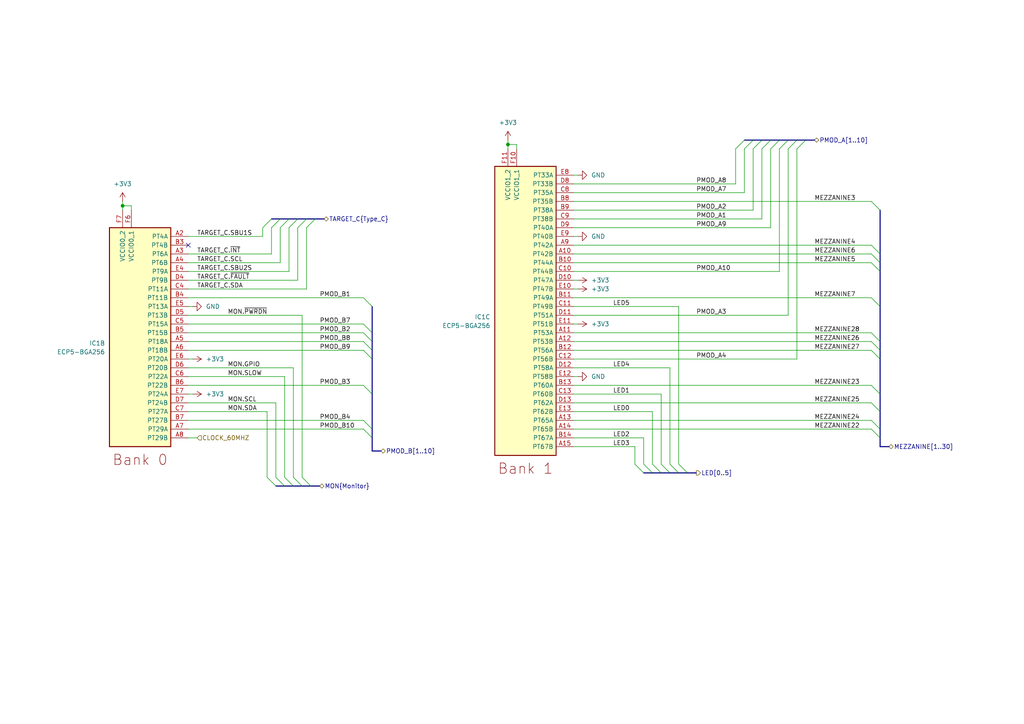
<source format=kicad_sch>
(kicad_sch (version 20230121) (generator eeschema)
  (paper "A4")
  (title_block (title "Cynthion") (date "${DATE}") (rev "${VERSION}") (company "Copyright 2019-2023 Great Scott Gadgets") (comment 1 "Licensed under the CERN-OHL-P v2"))
  (lib_symbols
    (symbol "fpgas_and_processors:ECP5-BGA256" (pin_names (offset 0.762))
      (property "Reference" "IC" (at 1.27 45.72 0))
      (property "Value" "ECP5-BGA256" (at 1.27 43.18 0))
      (symbol "ECP5-BGA256_1_0"
        (rectangle (start -13.97 35.56) (end 13.97 -35.56) (stroke (width 0.3048)) (fill (type background)))
      )
      (symbol "ECP5-BGA256_1_1"
        (text "FPGA Supplies" (at 0 -39.37 0) (effects (font (size 2.9972 2.9972))))
        (pin power_in line (at 19.05 33.02 180) (length 5.08) (name "GND_1") (number "A1"))
        (pin power_in line (at 19.05 30.48 180) (length 5.08) (name "GND_2") (number "A16"))
        (pin power_in line (at 19.05 25.4 180) (length 5.08) (name "GND_4") (number "D15"))
        (pin power_in line (at 19.05 27.94 180) (length 5.08) (name "GND_3") (number "D2"))
        (pin power_in line (at 19.05 22.86 180) (length 5.08) (name "GND_5") (number "F8"))
        (pin power_in line (at 19.05 20.32 180) (length 5.08) (name "GND_6") (number "F9"))
        (pin power_in line (at 19.05 15.24 180) (length 5.08) (name "GND_8") (number "G10"))
        (pin power_in line (at -19.05 -30.48 0) (length 5.08) (name "VCCAUX_1") (number "G11"))
        (pin power_in line (at -19.05 33.02 0) (length 5.08) (name "VCC_1") (number "G6"))
        (pin power_in line (at -19.05 30.48 0) (length 5.08) (name "VCC_2") (number "G7"))
        (pin power_in line (at 19.05 17.78 180) (length 5.08) (name "GND_7") (number "G8"))
        (pin power_in line (at -19.05 27.94 0) (length 5.08) (name "VCC_3") (number "G9"))
        (pin power_in line (at 19.05 12.7 180) (length 5.08) (name "GND_9") (number "H1"))
        (pin power_in line (at 19.05 5.08 180) (length 5.08) (name "GND_12") (number "H10"))
        (pin power_in line (at 19.05 2.54 180) (length 5.08) (name "GND_13") (number "H16"))
        (pin power_in line (at 19.05 10.16 180) (length 5.08) (name "GND_10") (number "H8"))
        (pin power_in line (at 19.05 7.62 180) (length 5.08) (name "GND_11") (number "H9"))
        (pin power_in line (at 19.05 -5.08 180) (length 5.08) (name "GND_16") (number "J10"))
        (pin power_in line (at 19.05 0 180) (length 5.08) (name "GND_14") (number "J8"))
        (pin power_in line (at 19.05 -2.54 180) (length 5.08) (name "GND_15") (number "J9"))
        (pin power_in line (at 19.05 -17.78 180) (length 5.08) (name "GND_21") (number "K10"))
        (pin power_in line (at 19.05 -7.62 180) (length 5.08) (name "GND_17") (number "K6"))
        (pin power_in line (at 19.05 -10.16 180) (length 5.08) (name "GND_18") (number "K7"))
        (pin power_in line (at 19.05 -12.7 180) (length 5.08) (name "GND_19") (number "K8"))
        (pin power_in line (at 19.05 -15.24 180) (length 5.08) (name "GND_20") (number "K9"))
        (pin power_in line (at -19.05 20.32 0) (length 5.08) (name "VCC_6") (number "L10"))
        (pin power_in line (at -19.05 -33.02 0) (length 5.08) (name "VCCAUX_2") (number "L7"))
        (pin power_in line (at -19.05 25.4 0) (length 5.08) (name "VCC_4") (number "L8"))
        (pin power_in line (at -19.05 22.86 0) (length 5.08) (name "VCC_5") (number "L9"))
        (pin power_in line (at 19.05 -22.86 180) (length 5.08) (name "GND_23") (number "N15"))
        (pin power_in line (at 19.05 -20.32 180) (length 5.08) (name "GND_22") (number "N2"))
        (pin power_in line (at 19.05 -25.4 180) (length 5.08) (name "GND_24") (number "T1"))
        (pin power_in line (at 19.05 -30.48 180) (length 5.08) (name "GND_26") (number "T12"))
        (pin power_in line (at 19.05 -33.02 180) (length 5.08) (name "GND_27") (number "T16"))
        (pin power_in line (at 19.05 -27.94 180) (length 5.08) (name "GND_25") (number "T5"))
      )
      (symbol "ECP5-BGA256_2_1"
        (rectangle (start -8.89 31.75) (end 8.89 -31.75) (stroke (width 0.3048)) (fill (type background)))
        (text "Bank 0" (at 0 -35.56 0) (effects (font (size 2.9972 2.9972))))
        (pin bidirectional line (at 13.97 29.21 180) (length 5.08) (name "PT4A") (number "A2"))
        (pin bidirectional line (at 13.97 24.13 180) (length 5.08) (name "PT6A") (number "A3"))
        (pin bidirectional line (at 13.97 21.59 180) (length 5.08) (name "PT6B") (number "A4"))
        (pin bidirectional line (at 13.97 -1.27 180) (length 5.08) (name "PT18A") (number "A5"))
        (pin bidirectional line (at 13.97 -3.81 180) (length 5.08) (name "PT18B") (number "A6"))
        (pin bidirectional line (at 13.97 -26.67 180) (length 5.08) (name "PT29A") (number "A7"))
        (pin bidirectional line (at 13.97 -29.21 180) (length 5.08) (name "PT29B") (number "A8"))
        (pin bidirectional line (at 13.97 26.67 180) (length 5.08) (name "PT4B") (number "B3"))
        (pin bidirectional line (at 13.97 11.43 180) (length 5.08) (name "PT11B") (number "B4"))
        (pin bidirectional line (at 13.97 1.27 180) (length 5.08) (name "PT15B") (number "B5"))
        (pin bidirectional line (at 13.97 -13.97 180) (length 5.08) (name "PT22B") (number "B6"))
        (pin bidirectional line (at 13.97 -24.13 180) (length 5.08) (name "PT27B") (number "B7"))
        (pin bidirectional line (at 13.97 13.97 180) (length 5.08) (name "PT11A") (number "C4"))
        (pin bidirectional line (at 13.97 3.81 180) (length 5.08) (name "PT15A") (number "C5"))
        (pin bidirectional line (at 13.97 -11.43 180) (length 5.08) (name "PT22A") (number "C6"))
        (pin bidirectional line (at 13.97 -21.59 180) (length 5.08) (name "PT27A") (number "C7"))
        (pin bidirectional line (at 13.97 16.51 180) (length 5.08) (name "PT9B") (number "D4"))
        (pin bidirectional line (at 13.97 6.35 180) (length 5.08) (name "PT13B") (number "D5"))
        (pin bidirectional line (at 13.97 -8.89 180) (length 5.08) (name "PT20B") (number "D6"))
        (pin bidirectional line (at 13.97 -19.05 180) (length 5.08) (name "PT24B") (number "D7"))
        (pin bidirectional line (at 13.97 19.05 180) (length 5.08) (name "PT9A") (number "E4"))
        (pin bidirectional line (at 13.97 8.89 180) (length 5.08) (name "PT13A") (number "E5"))
        (pin bidirectional line (at 13.97 -6.35 180) (length 5.08) (name "PT20A") (number "E6"))
        (pin bidirectional line (at 13.97 -16.51 180) (length 5.08) (name "PT24A") (number "E7"))
        (pin power_in line (at -2.54 36.83 270) (length 5.08) (name "VCCIO0_1") (number "F6"))
        (pin power_in line (at -5.08 36.83 270) (length 5.08) (name "VCCIO0_2") (number "F7"))
      )
      (symbol "ECP5-BGA256_3_0"
        (rectangle (start -8.89 41.91) (end 8.89 -41.91) (stroke (width 0.3048)) (fill (type background)))
      )
      (symbol "ECP5-BGA256_3_1"
        (text "Bank 1" (at 0 -45.72 0) (effects (font (size 2.9972 2.9972))))
        (pin bidirectional line (at 13.97 16.51 180) (length 5.08) (name "PT42B") (number "A10"))
        (pin bidirectional line (at 13.97 -6.35 180) (length 5.08) (name "PT53A") (number "A11"))
        (pin bidirectional line (at 13.97 -8.89 180) (length 5.08) (name "PT53B") (number "A12"))
        (pin bidirectional line (at 13.97 -31.75 180) (length 5.08) (name "PT65A") (number "A13"))
        (pin bidirectional line (at 13.97 -34.29 180) (length 5.08) (name "PT65B") (number "A14"))
        (pin bidirectional line (at 13.97 -39.37 180) (length 5.08) (name "PT67B") (number "A15"))
        (pin bidirectional line (at 13.97 19.05 180) (length 5.08) (name "PT42A") (number "A9"))
        (pin bidirectional line (at 13.97 13.97 180) (length 5.08) (name "PT44A") (number "B10"))
        (pin bidirectional line (at 13.97 3.81 180) (length 5.08) (name "PT49A") (number "B11"))
        (pin bidirectional line (at 13.97 -11.43 180) (length 5.08) (name "PT56A") (number "B12"))
        (pin bidirectional line (at 13.97 -21.59 180) (length 5.08) (name "PT60A") (number "B13"))
        (pin bidirectional line (at 13.97 -36.83 180) (length 5.08) (name "PT67A") (number "B14"))
        (pin bidirectional line (at 13.97 31.75 180) (length 5.08) (name "PT35B") (number "B8"))
        (pin bidirectional line (at 13.97 29.21 180) (length 5.08) (name "PT38A") (number "B9"))
        (pin bidirectional line (at 13.97 11.43 180) (length 5.08) (name "PT44B") (number "C10"))
        (pin bidirectional line (at 13.97 1.27 180) (length 5.08) (name "PT49B") (number "C11"))
        (pin bidirectional line (at 13.97 -13.97 180) (length 5.08) (name "PT56B") (number "C12"))
        (pin bidirectional line (at 13.97 -24.13 180) (length 5.08) (name "PT60B") (number "C13"))
        (pin bidirectional line (at 13.97 34.29 180) (length 5.08) (name "PT35A") (number "C8"))
        (pin bidirectional line (at 13.97 26.67 180) (length 5.08) (name "PT38B") (number "C9"))
        (pin bidirectional line (at 13.97 8.89 180) (length 5.08) (name "PT47A") (number "D10"))
        (pin bidirectional line (at 13.97 -1.27 180) (length 5.08) (name "PT51A") (number "D11"))
        (pin bidirectional line (at 13.97 -16.51 180) (length 5.08) (name "PT58A") (number "D12"))
        (pin bidirectional line (at 13.97 -26.67 180) (length 5.08) (name "PT62A") (number "D13"))
        (pin bidirectional line (at 13.97 36.83 180) (length 5.08) (name "PT33B") (number "D8"))
        (pin bidirectional line (at 13.97 24.13 180) (length 5.08) (name "PT40A") (number "D9"))
        (pin bidirectional line (at 13.97 6.35 180) (length 5.08) (name "PT47B") (number "E10"))
        (pin bidirectional line (at 13.97 -3.81 180) (length 5.08) (name "PT51B") (number "E11"))
        (pin bidirectional line (at 13.97 -19.05 180) (length 5.08) (name "PT58B") (number "E12"))
        (pin bidirectional line (at 13.97 -29.21 180) (length 5.08) (name "PT62B") (number "E13"))
        (pin bidirectional line (at 13.97 39.37 180) (length 5.08) (name "PT33A") (number "E8"))
        (pin bidirectional line (at 13.97 21.59 180) (length 5.08) (name "PT40B") (number "E9"))
        (pin power_in line (at -2.54 46.99 270) (length 5.08) (name "VCCIO1_1") (number "F10"))
        (pin power_in line (at -5.08 46.99 270) (length 5.08) (name "VCCIO1_2") (number "F11"))
      )
      (symbol "ECP5-BGA256_4_1"
        (rectangle (start -8.89 41.91) (end 8.89 -41.91) (stroke (width 0.3048)) (fill (type background)))
        (text "Bank 2" (at 0 -45.72 0) (effects (font (size 2.9972 2.9972))))
        (pin bidirectional line (at 13.97 36.83 180) (length 5.08) (name "PR2B") (number "B15"))
        (pin bidirectional line (at 13.97 39.37 180) (length 5.08) (name "PR2A") (number "B16"))
        (pin bidirectional line (at 13.97 34.29 180) (length 5.08) (name "PR2C") (number "C14"))
        (pin bidirectional line (at 13.97 26.67 180) (length 5.08) (name "PR5B") (number "C15"))
        (pin bidirectional line (at 13.97 29.21 180) (length 5.08) (name "PR5A") (number "C16"))
        (pin bidirectional line (at 13.97 31.75 180) (length 5.08) (name "PR2D") (number "D14"))
        (pin bidirectional line (at 13.97 19.05 180) (length 5.08) (name "PR8A") (number "D16"))
        (pin bidirectional line (at 13.97 24.13 180) (length 5.08) (name "PR5C") (number "E14"))
        (pin bidirectional line (at 13.97 16.51 180) (length 5.08) (name "PR8B") (number "E15"))
        (pin bidirectional line (at 13.97 1.27 180) (length 5.08) (name "PR11D") (number "E16"))
        (pin bidirectional line (at 13.97 11.43 180) (length 5.08) (name "PR8D") (number "F12"))
        (pin bidirectional line (at 13.97 13.97 180) (length 5.08) (name "PR8C") (number "F13"))
        (pin bidirectional line (at 13.97 21.59 180) (length 5.08) (name "PR5D") (number "F14"))
        (pin bidirectional line (at 13.97 3.81 180) (length 5.08) (name "PR11C") (number "F15"))
        (pin bidirectional line (at 13.97 -1.27 180) (length 5.08) (name "PR14A") (number "F16"))
        (pin bidirectional line (at 13.97 8.89 180) (length 5.08) (name "PR11A") (number "G12"))
        (pin bidirectional line (at 13.97 6.35 180) (length 5.08) (name "PR11B") (number "G13"))
        (pin bidirectional line (at 13.97 -6.35 180) (length 5.08) (name "PR14C") (number "G14"))
        (pin bidirectional line (at 13.97 -3.81 180) (length 5.08) (name "PR14B") (number "G15"))
        (pin bidirectional line (at 13.97 -21.59 180) (length 5.08) (name "PR20A") (number "G16"))
        (pin power_in line (at -5.08 46.99 270) (length 5.08) (name "VCCIO2_1") (number "H11"))
        (pin bidirectional line (at 13.97 -11.43 180) (length 5.08) (name "PR17A") (number "H12"))
        (pin bidirectional line (at 13.97 -13.97 180) (length 5.08) (name "PR17B") (number "H13"))
        (pin bidirectional line (at 13.97 -8.89 180) (length 5.08) (name "PR14D") (number "H14"))
        (pin bidirectional line (at 13.97 -24.13 180) (length 5.08) (name "PR20B") (number "H15"))
        (pin power_in line (at -2.54 46.99 270) (length 5.08) (name "VCCIO2_2") (number "J11"))
        (pin bidirectional line (at 13.97 -19.05 180) (length 5.08) (name "PR17D") (number "J12"))
        (pin bidirectional line (at 13.97 -16.51 180) (length 5.08) (name "PR17C") (number "J13"))
        (pin bidirectional line (at 13.97 -26.67 180) (length 5.08) (name "PR20C") (number "J14"))
        (pin bidirectional line (at 13.97 -34.29 180) (length 5.08) (name "PR23B") (number "J15"))
        (pin bidirectional line (at 13.97 -31.75 180) (length 5.08) (name "PR23A") (number "J16"))
        (pin bidirectional line (at 13.97 -29.21 180) (length 5.08) (name "PR20D") (number "K14"))
        (pin bidirectional line (at 13.97 -39.37 180) (length 5.08) (name "PR23D") (number "K15"))
        (pin bidirectional line (at 13.97 -36.83 180) (length 5.08) (name "PR23C") (number "K16"))
      )
      (symbol "ECP5-BGA256_5_0"
        (rectangle (start -8.89 41.91) (end 8.89 -41.91) (stroke (width 0.3048)) (fill (type background)))
      )
      (symbol "ECP5-BGA256_5_1"
        (text "Bank 3" (at 0 -45.72 0) (effects (font (size 2.9972 2.9972))))
        (pin power_in line (at -5.08 46.99 270) (length 5.08) (name "VCCIO3_1") (number "K11"))
        (pin bidirectional line (at 13.97 26.67 180) (length 5.08) (name "PR29B") (number "K12"))
        (pin bidirectional line (at 13.97 29.21 180) (length 5.08) (name "PR29A") (number "K13"))
        (pin power_in line (at -2.54 46.99 270) (length 5.08) (name "VCCIO3_2") (number "L11"))
        (pin bidirectional line (at 13.97 21.59 180) (length 5.08) (name "PR29D") (number "L12"))
        (pin bidirectional line (at 13.97 24.13 180) (length 5.08) (name "PR29C") (number "L13"))
        (pin bidirectional line (at 13.97 13.97 180) (length 5.08) (name "PR32C") (number "L14"))
        (pin bidirectional line (at 13.97 36.83 180) (length 5.08) (name "PR26B") (number "L15"))
        (pin bidirectional line (at 13.97 39.37 180) (length 5.08) (name "PR26A") (number "L16"))
        (pin bidirectional line (at 13.97 -31.75 180) (length 5.08) (name "PR47A") (number "M11"))
        (pin bidirectional line (at 13.97 -26.67 180) (length 5.08) (name "PR44C") (number "M12"))
        (pin bidirectional line (at 13.97 3.81 180) (length 5.08) (name "PR35C") (number "M13"))
        (pin bidirectional line (at 13.97 11.43 180) (length 5.08) (name "PR32D") (number "M14"))
        (pin bidirectional line (at 13.97 31.75 180) (length 5.08) (name "PR26D") (number "M15"))
        (pin bidirectional line (at 13.97 34.29 180) (length 5.08) (name "PR26C") (number "M16"))
        (pin bidirectional line (at 13.97 -34.29 180) (length 5.08) (name "PR47B") (number "N11"))
        (pin bidirectional line (at 13.97 -29.21 180) (length 5.08) (name "PR44D") (number "N12"))
        (pin bidirectional line (at 13.97 -1.27 180) (length 5.08) (name "PR38A") (number "N13"))
        (pin bidirectional line (at 13.97 1.27 180) (length 5.08) (name "PR35D") (number "N14"))
        (pin bidirectional line (at 13.97 19.05 180) (length 5.08) (name "PR32A") (number "N16"))
        (pin bidirectional line (at 13.97 -36.83 180) (length 5.08) (name "PR47C") (number "P11"))
        (pin bidirectional line (at 13.97 -39.37 180) (length 5.08) (name "PR47D") (number "P12"))
        (pin bidirectional line (at 13.97 -11.43 180) (length 5.08) (name "PR41A") (number "P13"))
        (pin bidirectional line (at 13.97 -3.81 180) (length 5.08) (name "PR38B") (number "P14"))
        (pin bidirectional line (at 13.97 16.51 180) (length 5.08) (name "PR32B") (number "P15"))
        (pin bidirectional line (at 13.97 8.89 180) (length 5.08) (name "PR35A") (number "P16"))
        (pin bidirectional line (at 13.97 -21.59 180) (length 5.08) (name "PR44A") (number "R12"))
        (pin bidirectional line (at 13.97 -16.51 180) (length 5.08) (name "PR41C") (number "R13"))
        (pin bidirectional line (at 13.97 -13.97 180) (length 5.08) (name "PR41B") (number "R14"))
        (pin bidirectional line (at 13.97 -6.35 180) (length 5.08) (name "PR38C") (number "R15"))
        (pin bidirectional line (at 13.97 6.35 180) (length 5.08) (name "PR35B") (number "R16"))
        (pin bidirectional line (at 13.97 -24.13 180) (length 5.08) (name "PR44B") (number "T13"))
        (pin bidirectional line (at 13.97 -19.05 180) (length 5.08) (name "PR41D") (number "T14"))
        (pin bidirectional line (at 13.97 -8.89 180) (length 5.08) (name "PR38D") (number "T15"))
      )
      (symbol "ECP5-BGA256_6_1"
        (rectangle (start -8.89 41.91) (end 8.89 -41.91) (stroke (width 0.3048)) (fill (type background)))
        (text "Bank 6" (at 0 -45.72 0) (effects (font (size 2.9972 2.9972))))
        (pin power_in line (at -5.08 46.99 270) (length 5.08) (name "VCCIO6_1") (number "J6"))
        (pin power_in line (at -2.54 46.99 270) (length 5.08) (name "VCCIO6_2") (number "J7"))
        (pin bidirectional line (at 13.97 29.21 180) (length 5.08) (name "PL29A") (number "K4"))
        (pin bidirectional line (at 13.97 26.67 180) (length 5.08) (name "PL29B") (number "K5"))
        (pin bidirectional line (at 13.97 39.37 180) (length 5.08) (name "PL26A") (number "L1"))
        (pin bidirectional line (at 13.97 36.83 180) (length 5.08) (name "PL26B") (number "L2"))
        (pin bidirectional line (at 13.97 13.97 180) (length 5.08) (name "PL32C") (number "L3"))
        (pin bidirectional line (at 13.97 24.13 180) (length 5.08) (name "PL29C") (number "L4"))
        (pin bidirectional line (at 13.97 21.59 180) (length 5.08) (name "PL29D") (number "L5"))
        (pin bidirectional line (at 13.97 34.29 180) (length 5.08) (name "PL26C") (number "M1"))
        (pin bidirectional line (at 13.97 31.75 180) (length 5.08) (name "PL26D") (number "M2"))
        (pin bidirectional line (at 13.97 11.43 180) (length 5.08) (name "PL32D") (number "M3"))
        (pin bidirectional line (at 13.97 3.81 180) (length 5.08) (name "PL35C") (number "M4"))
        (pin bidirectional line (at 13.97 -16.51 180) (length 5.08) (name "PL44C") (number "M5"))
        (pin bidirectional line (at 13.97 -31.75 180) (length 5.08) (name "PL47A") (number "M6"))
        (pin bidirectional line (at 13.97 19.05 180) (length 5.08) (name "PL32A") (number "N1"))
        (pin bidirectional line (at 13.97 1.27 180) (length 5.08) (name "PL35D") (number "N3"))
        (pin bidirectional line (at 13.97 -1.27 180) (length 5.08) (name "PL38A") (number "N4"))
        (pin bidirectional line (at 13.97 -19.05 180) (length 5.08) (name "PL44D") (number "N5"))
        (pin bidirectional line (at 13.97 -34.29 180) (length 5.08) (name "PL47B") (number "N6"))
        (pin bidirectional line (at 13.97 8.89 180) (length 5.08) (name "PL35A") (number "P1"))
        (pin bidirectional line (at 13.97 16.51 180) (length 5.08) (name "PL32B") (number "P2"))
        (pin bidirectional line (at 13.97 -3.81 180) (length 5.08) (name "PL38B") (number "P3"))
        (pin bidirectional line (at 13.97 -21.59 180) (length 5.08) (name "PL41A") (number "P4"))
        (pin bidirectional line (at 13.97 -36.83 180) (length 5.08) (name "PL47D") (number "P5"))
        (pin bidirectional line (at 13.97 -39.37 180) (length 5.08) (name "PL47C") (number "P6"))
        (pin bidirectional line (at 13.97 6.35 180) (length 5.08) (name "PL35B") (number "R1"))
        (pin bidirectional line (at 13.97 -6.35 180) (length 5.08) (name "PL38C") (number "R2"))
        (pin bidirectional line (at 13.97 -24.13 180) (length 5.08) (name "PL41B") (number "R3"))
        (pin bidirectional line (at 13.97 -26.67 180) (length 5.08) (name "PL41C") (number "R4"))
        (pin bidirectional line (at 13.97 -11.43 180) (length 5.08) (name "PL44A") (number "R5"))
        (pin bidirectional line (at 13.97 -8.89 180) (length 5.08) (name "PL38D") (number "T2"))
        (pin bidirectional line (at 13.97 -29.21 180) (length 5.08) (name "PL41D") (number "T3"))
        (pin bidirectional line (at 13.97 -13.97 180) (length 5.08) (name "PL44B") (number "T4"))
      )
      (symbol "ECP5-BGA256_7_1"
        (rectangle (start -8.89 41.91) (end 8.89 -41.91) (stroke (width 0.3048)) (fill (type background)))
        (text "Bank 7" (at 0 -45.72 0) (effects (font (size 2.9972 2.9972))))
        (pin bidirectional line (at 13.97 39.37 180) (length 5.08) (name "PL2A") (number "B1"))
        (pin bidirectional line (at 13.97 36.83 180) (length 5.08) (name "PL2B") (number "B2"))
        (pin bidirectional line (at 13.97 29.21 180) (length 5.08) (name "PL5A") (number "C1"))
        (pin bidirectional line (at 13.97 26.67 180) (length 5.08) (name "PL5B") (number "C2"))
        (pin bidirectional line (at 13.97 34.29 180) (length 5.08) (name "PL2C") (number "C3"))
        (pin bidirectional line (at 13.97 19.05 180) (length 5.08) (name "PL8A") (number "D1"))
        (pin bidirectional line (at 13.97 31.75 180) (length 5.08) (name "PL2D") (number "D3"))
        (pin bidirectional line (at 13.97 1.27 180) (length 5.08) (name "PL11D") (number "E1"))
        (pin bidirectional line (at 13.97 16.51 180) (length 5.08) (name "PL8B") (number "E2"))
        (pin bidirectional line (at 13.97 24.13 180) (length 5.08) (name "PL5C") (number "E3"))
        (pin bidirectional line (at 13.97 -1.27 180) (length 5.08) (name "PL14A") (number "F1"))
        (pin bidirectional line (at 13.97 3.81 180) (length 5.08) (name "PL11C") (number "F2"))
        (pin bidirectional line (at 13.97 21.59 180) (length 5.08) (name "PL5D") (number "F3"))
        (pin bidirectional line (at 13.97 13.97 180) (length 5.08) (name "PL8C") (number "F4"))
        (pin bidirectional line (at 13.97 11.43 180) (length 5.08) (name "PL8D") (number "F5"))
        (pin bidirectional line (at 13.97 -21.59 180) (length 5.08) (name "PL20A") (number "G1"))
        (pin bidirectional line (at 13.97 -3.81 180) (length 5.08) (name "PL14B") (number "G2"))
        (pin bidirectional line (at 13.97 -6.35 180) (length 5.08) (name "PL14C") (number "G3"))
        (pin bidirectional line (at 13.97 6.35 180) (length 5.08) (name "PL11B") (number "G4"))
        (pin bidirectional line (at 13.97 8.89 180) (length 5.08) (name "PL11A") (number "G5"))
        (pin bidirectional line (at 13.97 -24.13 180) (length 5.08) (name "PL20B") (number "H2"))
        (pin bidirectional line (at 13.97 -8.89 180) (length 5.08) (name "PL14D") (number "H3"))
        (pin bidirectional line (at 13.97 -13.97 180) (length 5.08) (name "PL17B") (number "H4"))
        (pin bidirectional line (at 13.97 -11.43 180) (length 5.08) (name "PL17A") (number "H5"))
        (pin power_in line (at -2.54 46.99 270) (length 5.08) (name "VCCIO7_1") (number "H6"))
        (pin power_in line (at -5.08 46.99 270) (length 5.08) (name "VCCIO7_2") (number "H7"))
        (pin bidirectional line (at 13.97 -31.75 180) (length 5.08) (name "PL23A") (number "J1"))
        (pin bidirectional line (at 13.97 -34.29 180) (length 5.08) (name "PL23B") (number "J2"))
        (pin bidirectional line (at 13.97 -26.67 180) (length 5.08) (name "PL20C") (number "J3"))
        (pin bidirectional line (at 13.97 -16.51 180) (length 5.08) (name "PL17C") (number "J4"))
        (pin bidirectional line (at 13.97 -19.05 180) (length 5.08) (name "PL17D") (number "J5"))
        (pin bidirectional line (at 13.97 -36.83 180) (length 5.08) (name "PL23C") (number "K1"))
        (pin bidirectional line (at 13.97 -39.37 180) (length 5.08) (name "PL23D") (number "K2"))
        (pin bidirectional line (at 13.97 -29.21 180) (length 5.08) (name "PL20D") (number "K3"))
      )
      (symbol "ECP5-BGA256_8_0"
        (text "Bank 8 (Config)" (at 0 -43.18 0) (effects (font (size 2.9972 2.9972))))
      )
      (symbol "ECP5-BGA256_8_1"
        (rectangle (start -15.24 39.37) (end 15.24 -39.37) (stroke (width 0.3048)) (fill (type background)))
        (pin power_in line (at -10.16 44.45 270) (length 5.08) (name "VCCIO8") (number "L6"))
        (pin output line (at 20.32 -8.89 180) (length 5.08) (name "TDO") (number "M10"))
        (pin bidirectional line (at 20.32 24.13 180) (length 5.08) (name "D2/IO2/PB9B") (number "M7"))
        (pin bidirectional line (at 20.32 8.89 180) (length 5.08) (name "DOUT/~{CSO}/PB15B") (number "M8"))
        (pin bidirectional line (at 20.32 6.35 180) (length 5.08) (name "~{WRITE}/PB18A") (number "M9"))
        (pin input line (at 20.32 -20.32 180) (length 5.08) (name "CFG0") (number "N10"))
        (pin bidirectional line (at 20.32 26.67 180) (length 5.08) (name "D3/IO3/PB9A") (number "N7"))
        (pin bidirectional line (at 20.32 11.43 180) (length 5.08) (name "~{HOLD}/DI/BUSY/~{CSSPI}/PB15A") (number "N8"))
        (pin bidirectional line (at 20.32 -15.24 180) (length 5.08) (name "MCLK/CCLK") (number "N9"))
        (pin input line (at 20.32 -22.86 180) (length 5.08) (name "CFG1") (number "P10"))
        (pin bidirectional line (at 20.32 29.21 180) (length 5.08) (name "D4/PICO2/PB6B") (number "P7"))
        (pin bidirectional line (at 20.32 13.97 180) (length 5.08) (name "~{CS1}/PB13B") (number "P8"))
        (pin bidirectional line (at 20.32 -31.75 180) (length 5.08) (name "DONE") (number "P9"))
        (pin input line (at 20.32 -25.4 180) (length 5.08) (name "CFG2") (number "R10"))
        (pin input line (at 20.32 -6.35 180) (length 5.08) (name "TDI") (number "R11"))
        (pin bidirectional line (at 20.32 34.29 180) (length 5.08) (name "D6/PB4B") (number "R6"))
        (pin bidirectional line (at 20.32 31.75 180) (length 5.08) (name "D5/POCI2/PB6A") (number "R7"))
        (pin bidirectional line (at 20.32 16.51 180) (length 5.08) (name "~{CS}/~{S}/PB13A") (number "R8"))
        (pin bidirectional line (at 20.32 -36.83 180) (length 5.08) (name "~{PROGRAM}") (number "R9"))
        (pin input line (at 20.32 -3.81 180) (length 5.08) (name "TCK") (number "T10"))
        (pin input line (at 20.32 -1.27 180) (length 5.08) (name "TMS") (number "T11"))
        (pin bidirectional line (at 20.32 36.83 180) (length 5.08) (name "D7/PB4A") (number "T6"))
        (pin bidirectional line (at 20.32 21.59 180) (length 5.08) (name "D1/POCI/IO1/PB11A") (number "T7"))
        (pin bidirectional line (at 20.32 19.05 180) (length 5.08) (name "D0/PICO/IO0/PB11B") (number "T8"))
        (pin bidirectional line (at 20.32 -34.29 180) (length 5.08) (name "~{INIT}") (number "T9"))
      )
    )
    (symbol "power:+3V3" (power) (pin_names (offset 0))
      (property "Value" "+3V3" (at 0 3.556 0))
      (symbol "+3V3_0_1"
        (polyline (pts (xy -0.762 1.27) (xy 0 2.54)))
        (polyline (pts (xy 0 0) (xy 0 2.54)))
        (polyline (pts (xy 0 2.54) (xy 0.762 1.27)))
      )
      (symbol "+3V3_1_1"
        (pin power_in line (at 0 0 90) (length 0) hide (name "+3V3") (number "1"))
      )
    )
    (symbol "power:GND" (power) (pin_names (offset 0))
      (property "Value" "GND" (at 0 -3.81 0))
      (symbol "GND_0_1"
        (polyline (pts (xy 0 0) (xy 0 -1.27) (xy 1.27 -1.27) (xy 0 -2.54) (xy -1.27 -1.27) (xy 0 -1.27)))
      )
      (symbol "GND_1_1"
        (pin power_in line (at 0 0 270) (length 0) hide (name "GND") (number "1"))
      )
    )
  )
  (junction (at 35.56 59.69))
  (junction (at 147.32 41.91))
  (no_connect (at 54.61 71.12))
  (bus_entry (at 91.44 63.5) (size -2.54 2.54))
  (bus_entry (at 88.9 63.5) (size -2.54 2.54))
  (bus_entry (at 231.14 40.64) (size -2.54 2.54))
  (bus_entry (at 255.27 99.06) (size -2.54 -2.54))
  (bus_entry (at 255.27 60.96) (size -2.54 -2.54))
  (bus_entry (at 186.69 137.16) (size -2.54 -2.54))
  (bus_entry (at 83.82 63.5) (size -2.54 2.54))
  (bus_entry (at 78.74 63.5) (size -2.54 2.54))
  (bus_entry (at 105.41 99.06) (size 2.54 2.54))
  (bus_entry (at 105.41 101.6) (size 2.54 2.54))
  (bus_entry (at 105.41 93.98) (size 2.54 2.54))
  (bus_entry (at 196.85 137.16) (size -2.54 -2.54))
  (bus_entry (at 255.27 76.2) (size -2.54 -2.54))
  (bus_entry (at 255.27 88.9) (size -2.54 -2.54))
  (bus_entry (at 255.27 104.14) (size -2.54 -2.54))
  (bus_entry (at 189.23 137.16) (size -2.54 -2.54))
  (bus_entry (at 233.68 40.64) (size -2.54 2.54))
  (bus_entry (at 226.06 40.64) (size -2.54 2.54))
  (bus_entry (at 90.17 140.97) (size -2.54 -2.54))
  (bus_entry (at 215.9 40.64) (size -2.54 2.54))
  (bus_entry (at 80.01 140.97) (size -2.54 -2.54))
  (bus_entry (at 105.41 124.46) (size 2.54 2.54))
  (bus_entry (at 86.36 63.5) (size -2.54 2.54))
  (bus_entry (at 105.41 96.52) (size 2.54 2.54))
  (bus_entry (at 199.39 137.16) (size -2.54 -2.54))
  (bus_entry (at 220.98 40.64) (size -2.54 2.54))
  (bus_entry (at 255.27 114.3) (size -2.54 -2.54))
  (bus_entry (at 194.31 137.16) (size -2.54 -2.54))
  (bus_entry (at 255.27 73.66) (size -2.54 -2.54))
  (bus_entry (at 105.41 111.76) (size 2.54 2.54))
  (bus_entry (at 81.28 63.5) (size -2.54 2.54))
  (bus_entry (at 85.09 140.97) (size -2.54 -2.54))
  (bus_entry (at 255.27 124.46) (size -2.54 -2.54))
  (bus_entry (at 87.63 140.97) (size -2.54 -2.54))
  (bus_entry (at 105.41 86.36) (size 2.54 2.54))
  (bus_entry (at 255.27 127) (size -2.54 -2.54))
  (bus_entry (at 105.41 121.92) (size 2.54 2.54))
  (bus_entry (at 255.27 101.6) (size -2.54 -2.54))
  (bus_entry (at 191.77 137.16) (size -2.54 -2.54))
  (bus_entry (at 255.27 78.74) (size -2.54 -2.54))
  (bus_entry (at 218.44 40.64) (size -2.54 2.54))
  (bus_entry (at 255.27 119.38) (size -2.54 -2.54))
  (bus_entry (at 228.6 40.64) (size -2.54 2.54))
  (bus_entry (at 223.52 40.64) (size -2.54 2.54))
  (bus_entry (at 82.55 140.97) (size -2.54 -2.54))
  (bus (pts (xy 255.27 101.6) (xy 255.27 104.14)))
  (wire (pts (xy 228.6 43.18) (xy 228.6 91.44)))
  (wire (pts (xy 35.56 60.96) (xy 35.56 59.69)))
  (wire (pts (xy 166.37 50.8) (xy 167.64 50.8)))
  (wire (pts (xy 54.61 106.68) (xy 85.09 106.68)))
  (wire (pts (xy 166.37 76.2) (xy 252.73 76.2)))
  (bus (pts (xy 186.69 137.16) (xy 189.23 137.16)))
  (wire (pts (xy 166.37 101.6) (xy 252.73 101.6)))
  (wire (pts (xy 167.64 83.82) (xy 166.37 83.82)))
  (wire (pts (xy 54.61 78.74) (xy 83.82 78.74)))
  (bus (pts (xy 107.95 124.46) (xy 107.95 127)))
  (bus (pts (xy 107.95 96.52) (xy 107.95 99.06)))
  (wire (pts (xy 54.61 99.06) (xy 105.41 99.06)))
  (wire (pts (xy 54.61 68.58) (xy 76.2 68.58)))
  (bus (pts (xy 85.09 140.97) (xy 87.63 140.97)))
  (bus (pts (xy 228.6 40.64) (xy 231.14 40.64)))
  (wire (pts (xy 82.55 109.22) (xy 82.55 138.43)))
  (wire (pts (xy 54.61 81.28) (xy 86.36 81.28)))
  (wire (pts (xy 54.61 109.22) (xy 82.55 109.22)))
  (bus (pts (xy 226.06 40.64) (xy 228.6 40.64)))
  (wire (pts (xy 166.37 86.36) (xy 252.73 86.36)))
  (wire (pts (xy 80.01 116.84) (xy 80.01 138.43)))
  (wire (pts (xy 186.69 127) (xy 186.69 134.62)))
  (wire (pts (xy 166.37 116.84) (xy 252.73 116.84)))
  (wire (pts (xy 166.37 96.52) (xy 252.73 96.52)))
  (bus (pts (xy 218.44 40.64) (xy 220.98 40.64)))
  (wire (pts (xy 35.56 58.42) (xy 35.56 59.69)))
  (wire (pts (xy 76.2 68.58) (xy 76.2 66.04)))
  (wire (pts (xy 88.9 83.82) (xy 54.61 83.82)))
  (wire (pts (xy 166.37 93.98) (xy 167.64 93.98)))
  (wire (pts (xy 83.82 78.74) (xy 83.82 66.04)))
  (wire (pts (xy 166.37 121.92) (xy 252.73 121.92)))
  (wire (pts (xy 226.06 43.18) (xy 226.06 78.74)))
  (wire (pts (xy 78.74 66.04) (xy 78.74 73.66)))
  (bus (pts (xy 107.95 104.14) (xy 107.95 114.3)))
  (bus (pts (xy 255.27 124.46) (xy 255.27 127)))
  (wire (pts (xy 105.41 101.6) (xy 54.61 101.6)))
  (bus (pts (xy 83.82 63.5) (xy 86.36 63.5)))
  (wire (pts (xy 54.61 88.9) (xy 55.88 88.9)))
  (wire (pts (xy 88.9 83.82) (xy 88.9 66.04)))
  (wire (pts (xy 223.52 43.18) (xy 223.52 66.04)))
  (wire (pts (xy 213.36 43.18) (xy 213.36 53.34)))
  (bus (pts (xy 86.36 63.5) (xy 88.9 63.5)))
  (wire (pts (xy 78.74 73.66) (xy 54.61 73.66)))
  (bus (pts (xy 80.01 140.97) (xy 82.55 140.97)))
  (bus (pts (xy 110.49 130.81) (xy 107.95 130.81)))
  (wire (pts (xy 166.37 53.34) (xy 213.36 53.34)))
  (wire (pts (xy 166.37 60.96) (xy 218.44 60.96)))
  (bus (pts (xy 255.27 73.66) (xy 255.27 76.2)))
  (bus (pts (xy 255.27 78.74) (xy 255.27 88.9)))
  (wire (pts (xy 54.61 116.84) (xy 80.01 116.84)))
  (wire (pts (xy 54.61 93.98) (xy 105.41 93.98)))
  (wire (pts (xy 54.61 111.76) (xy 105.41 111.76)))
  (wire (pts (xy 184.15 129.54) (xy 184.15 134.62)))
  (wire (pts (xy 87.63 91.44) (xy 87.63 138.43)))
  (wire (pts (xy 189.23 119.38) (xy 166.37 119.38)))
  (bus (pts (xy 189.23 137.16) (xy 191.77 137.16)))
  (bus (pts (xy 220.98 40.64) (xy 223.52 40.64)))
  (wire (pts (xy 55.88 104.14) (xy 54.61 104.14)))
  (wire (pts (xy 147.32 40.64) (xy 147.32 41.91)))
  (wire (pts (xy 166.37 106.68) (xy 194.31 106.68)))
  (wire (pts (xy 85.09 106.68) (xy 85.09 138.43)))
  (wire (pts (xy 166.37 78.74) (xy 226.06 78.74)))
  (bus (pts (xy 199.39 137.16) (xy 201.93 137.16)))
  (bus (pts (xy 107.95 127) (xy 107.95 130.81)))
  (bus (pts (xy 255.27 104.14) (xy 255.27 114.3)))
  (bus (pts (xy 255.27 88.9) (xy 255.27 99.06)))
  (bus (pts (xy 233.68 40.64) (xy 236.22 40.64)))
  (wire (pts (xy 81.28 66.04) (xy 81.28 76.2)))
  (wire (pts (xy 54.61 91.44) (xy 87.63 91.44)))
  (bus (pts (xy 191.77 137.16) (xy 194.31 137.16)))
  (wire (pts (xy 196.85 88.9) (xy 166.37 88.9)))
  (wire (pts (xy 147.32 41.91) (xy 149.86 41.91)))
  (wire (pts (xy 166.37 73.66) (xy 252.73 73.66)))
  (wire (pts (xy 166.37 58.42) (xy 252.73 58.42)))
  (bus (pts (xy 255.27 76.2) (xy 255.27 78.74)))
  (wire (pts (xy 231.14 43.18) (xy 231.14 104.14)))
  (wire (pts (xy 166.37 91.44) (xy 228.6 91.44)))
  (wire (pts (xy 189.23 119.38) (xy 189.23 134.62)))
  (wire (pts (xy 166.37 55.88) (xy 215.9 55.88)))
  (wire (pts (xy 147.32 43.18) (xy 147.32 41.91)))
  (wire (pts (xy 191.77 114.3) (xy 166.37 114.3)))
  (wire (pts (xy 54.61 127) (xy 57.15 127)))
  (wire (pts (xy 186.69 127) (xy 166.37 127)))
  (wire (pts (xy 54.61 119.38) (xy 77.47 119.38)))
  (wire (pts (xy 166.37 124.46) (xy 252.73 124.46)))
  (bus (pts (xy 78.74 63.5) (xy 81.28 63.5)))
  (bus (pts (xy 196.85 137.16) (xy 199.39 137.16)))
  (wire (pts (xy 166.37 63.5) (xy 220.98 63.5)))
  (wire (pts (xy 166.37 99.06) (xy 252.73 99.06)))
  (wire (pts (xy 35.56 59.69) (xy 38.1 59.69)))
  (wire (pts (xy 166.37 104.14) (xy 231.14 104.14)))
  (bus (pts (xy 255.27 60.96) (xy 255.27 73.66)))
  (wire (pts (xy 81.28 76.2) (xy 54.61 76.2)))
  (wire (pts (xy 166.37 71.12) (xy 252.73 71.12)))
  (bus (pts (xy 88.9 63.5) (xy 91.44 63.5)))
  (bus (pts (xy 107.95 101.6) (xy 107.95 104.14)))
  (bus (pts (xy 81.28 63.5) (xy 83.82 63.5)))
  (wire (pts (xy 149.86 41.91) (xy 149.86 43.18)))
  (bus (pts (xy 215.9 40.64) (xy 218.44 40.64)))
  (wire (pts (xy 105.41 96.52) (xy 54.61 96.52)))
  (wire (pts (xy 77.47 119.38) (xy 77.47 138.43)))
  (wire (pts (xy 86.36 81.28) (xy 86.36 66.04)))
  (wire (pts (xy 166.37 129.54) (xy 184.15 129.54)))
  (bus (pts (xy 255.27 129.54) (xy 257.81 129.54)))
  (bus (pts (xy 231.14 40.64) (xy 233.68 40.64)))
  (bus (pts (xy 107.95 88.9) (xy 107.95 96.52)))
  (bus (pts (xy 255.27 114.3) (xy 255.27 119.38)))
  (wire (pts (xy 166.37 66.04) (xy 223.52 66.04)))
  (bus (pts (xy 255.27 119.38) (xy 255.27 124.46)))
  (bus (pts (xy 194.31 137.16) (xy 196.85 137.16)))
  (wire (pts (xy 166.37 109.22) (xy 167.64 109.22)))
  (bus (pts (xy 107.95 99.06) (xy 107.95 101.6)))
  (wire (pts (xy 54.61 124.46) (xy 105.41 124.46)))
  (wire (pts (xy 38.1 59.69) (xy 38.1 60.96)))
  (wire (pts (xy 191.77 114.3) (xy 191.77 134.62)))
  (wire (pts (xy 166.37 68.58) (xy 167.64 68.58)))
  (wire (pts (xy 54.61 86.36) (xy 105.41 86.36)))
  (bus (pts (xy 255.27 99.06) (xy 255.27 101.6)))
  (wire (pts (xy 215.9 43.18) (xy 215.9 55.88)))
  (bus (pts (xy 91.44 63.5) (xy 93.98 63.5)))
  (wire (pts (xy 196.85 88.9) (xy 196.85 134.62)))
  (bus (pts (xy 255.27 127) (xy 255.27 129.54)))
  (bus (pts (xy 90.17 140.97) (xy 92.71 140.97)))
  (wire (pts (xy 54.61 121.92) (xy 105.41 121.92)))
  (wire (pts (xy 220.98 43.18) (xy 220.98 63.5)))
  (wire (pts (xy 194.31 106.68) (xy 194.31 134.62)))
  (bus (pts (xy 82.55 140.97) (xy 85.09 140.97)))
  (bus (pts (xy 107.95 114.3) (xy 107.95 124.46)))
  (wire (pts (xy 166.37 111.76) (xy 252.73 111.76)))
  (bus (pts (xy 87.63 140.97) (xy 90.17 140.97)))
  (bus (pts (xy 223.52 40.64) (xy 226.06 40.64)))
  (wire (pts (xy 218.44 43.18) (xy 218.44 60.96)))
  (wire (pts (xy 167.64 81.28) (xy 166.37 81.28)))
  (wire (pts (xy 54.61 114.3) (xy 55.88 114.3)))
  (label "MEZZANINE4" (at 236.22 71.12 0))
  (label "TARGET_C.~{FAULT}" (at 57.15 81.28 0))
  (label "TARGET_C.SBU2S" (at 57.15 78.74 0))
  (label "TARGET_C.SDA" (at 57.15 83.82 0))
  (label "MON.SLOW" (at 66.04 109.22 0))
  (label "MEZZANINE28" (at 236.22 96.52 0))
  (label "PMOD_A7" (at 201.93 55.88 0))
  (label "LED4" (at 177.8 106.68 0))
  (label "PMOD_B4" (at 92.71 121.92 0))
  (label "TARGET_C.SCL" (at 57.15 76.2 0))
  (label "PMOD_B1" (at 92.71 86.36 0))
  (label "MEZZANINE3" (at 236.22 58.42 0))
  (label "MEZZANINE25" (at 236.22 116.84 0))
  (label "PMOD_B9" (at 92.71 101.6 0))
  (label "MON.SCL" (at 66.04 116.84 0))
  (label "PMOD_A9" (at 201.93 66.04 0))
  (label "PMOD_A3" (at 201.93 91.44 0))
  (label "PMOD_A1" (at 201.93 63.5 0))
  (label "PMOD_B3" (at 92.71 111.76 0))
  (label "PMOD_B10" (at 92.71 124.46 0))
  (label "MEZZANINE26" (at 236.22 99.06 0))
  (label "MEZZANINE23" (at 236.22 111.76 0))
  (label "MON.GPIO" (at 66.04 106.68 0))
  (label "MEZZANINE22" (at 236.22 124.46 0))
  (label "LED2" (at 177.8 127 0))
  (label "MEZZANINE6" (at 236.22 73.66 0))
  (label "LED3" (at 177.8 129.54 0))
  (label "PMOD_B7" (at 92.71 93.98 0))
  (label "MEZZANINE7" (at 236.22 86.36 0))
  (label "PMOD_A2" (at 201.93 60.96 0))
  (label "MON.SDA" (at 66.04 119.38 0))
  (label "MON.~{PWRDN}" (at 66.04 91.44 0))
  (label "PMOD_A4" (at 201.93 104.14 0))
  (label "MEZZANINE27" (at 236.22 101.6 0))
  (label "PMOD_B8" (at 92.71 99.06 0))
  (label "TARGET_C.~{INT}" (at 57.15 73.66 0))
  (label "MEZZANINE5" (at 236.22 76.2 0))
  (label "PMOD_A8" (at 201.93 53.34 0))
  (label "PMOD_A10" (at 201.93 78.74 0))
  (label "LED0" (at 177.8 119.38 0))
  (label "LED1" (at 177.8 114.3 0))
  (label "PMOD_B2" (at 92.71 96.52 0))
  (label "LED5" (at 177.8 88.9 0))
  (label "TARGET_C.SBU1S" (at 57.15 68.58 0))
  (label "MEZZANINE24" (at 236.22 121.92 0))
  (hierarchical_label "LED[0..5]" (shape output) (at 201.93 137.16 0))
  (hierarchical_label "CLOCK_60MHZ" (shape input) (at 57.15 127 0))
  (hierarchical_label "PMOD_A[1..10]" (shape bidirectional) (at 236.22 40.64 0))
  (hierarchical_label "MEZZANINE[1..30]" (shape bidirectional) (at 257.81 129.54 0))
  (hierarchical_label "PMOD_B[1..10]" (shape bidirectional) (at 110.49 130.81 0))
  (hierarchical_label "MON{Monitor}" (shape bidirectional) (at 92.71 140.97 0))
  (hierarchical_label "TARGET_C{Type_C}" (shape bidirectional) (at 93.98 63.5 0))
  (symbol (lib_id "fpgas_and_processors:ECP5-BGA256") (at 40.64 97.79 0) (unit 2)
    (property "Reference" "IC1" (at 30.48 99.5543 0) (effects (justify right)))
    (property "Value" "ECP5-BGA256" (at 30.48 102.0943 0) (effects (justify right)))
    (property "Footprint" "cynthion:lattice_cabga256" (effects hide))
    (property "Datasheet" "https://www.latticesemi.com/-/media/LatticeSemi/Documents/DataSheets/ECP5/FPGA-DS-02012-2-2-ECP5-ECP5G-Family-Data-Sheet.ashx?document_id=50461" (effects hide))
    (property "Description" "FPGA - Field Programmable Gate Array ECP5; 12k LUTs; 1.1V" (effects hide))
    (property "Manufacturer" "Lattice" (effects hide))
    (property "Part Number" "LFE5U-12F-6BG256C" (effects hide))
    (property "Substitution" "LFE5U-12F-*BG256*, LFE5U-25F-*BG256*" (effects hide))
  )
  (symbol (lib_id "power:+3V3") (at 35.56 58.42 0) (unit 1)
    (property "Reference" "#PWR0105" (effects hide))
    (property "Value" "+3V3" (at 35.56 53.34 0))
  )
  (symbol (lib_id "fpgas_and_processors:ECP5-BGA256") (at 152.4 90.17 0) (unit 3)
    (property "Reference" "IC1" (at 142.24 91.9343 0) (effects (justify right)))
    (property "Value" "ECP5-BGA256" (at 142.24 94.4743 0) (effects (justify right)))
    (property "Footprint" "cynthion:lattice_cabga256" (effects hide))
    (property "Datasheet" "https://www.latticesemi.com/-/media/LatticeSemi/Documents/DataSheets/ECP5/FPGA-DS-02012-2-2-ECP5-ECP5G-Family-Data-Sheet.ashx?document_id=50461" (effects hide))
    (property "Description" "FPGA - Field Programmable Gate Array ECP5; 12k LUTs; 1.1V" (effects hide))
    (property "Manufacturer" "Lattice" (effects hide))
    (property "Part Number" "LFE5U-12F-6BG256C" (effects hide))
    (property "Substitution" "LFE5U-12F-*BG256*, LFE5U-25F-*BG256*" (effects hide))
  )
  (symbol (lib_id "power:+3V3") (at 167.64 83.82 270) (unit 1)
    (property "Reference" "#PWR0228" (effects hide))
    (property "Value" "+3V3" (at 171.45 83.82 90) (effects (justify left)))
  )
  (symbol (lib_id "power:+3V3") (at 147.32 40.64 0) (unit 1)
    (property "Reference" "#PWR0175" (effects hide))
    (property "Value" "+3V3" (at 147.32 35.56 0))
  )
  (symbol (lib_id "power:GND") (at 167.64 50.8 90) (unit 1)
    (property "Reference" "#PWR0224" (effects hide))
    (property "Value" "GND" (at 171.45 50.8 90) (effects (justify right)))
  )
  (symbol (lib_id "power:GND") (at 167.64 68.58 90) (unit 1)
    (property "Reference" "#PWR0225" (effects hide))
    (property "Value" "GND" (at 171.45 68.58 90) (effects (justify right)))
  )
  (symbol (lib_id "power:+3V3") (at 55.88 114.3 270) (unit 1)
    (property "Reference" "#PWR0222" (effects hide))
    (property "Value" "+3V3" (at 59.69 114.3 90) (effects (justify left)))
  )
  (symbol (lib_id "power:+3V3") (at 55.88 104.14 270) (unit 1)
    (property "Reference" "#PWR0223" (effects hide))
    (property "Value" "+3V3" (at 59.69 104.14 90) (effects (justify left)))
  )
  (symbol (lib_id "power:GND") (at 55.88 88.9 90) (unit 1)
    (property "Reference" "#PWR0226" (effects hide))
    (property "Value" "GND" (at 59.69 88.9 90) (effects (justify right)))
  )
  (symbol (lib_id "power:GND") (at 167.64 109.22 90) (unit 1)
    (property "Reference" "#PWR0232" (effects hide))
    (property "Value" "GND" (at 171.45 109.22 90) (effects (justify right)))
  )
  (symbol (lib_id "power:+3V3") (at 167.64 93.98 270) (unit 1)
    (property "Reference" "#PWR0231" (effects hide))
    (property "Value" "+3V3" (at 171.45 93.98 90) (effects (justify left)))
  )
  (symbol (lib_id "power:+3V3") (at 167.64 81.28 270) (unit 1)
    (property "Reference" "#PWR0227" (effects hide))
    (property "Value" "+3V3" (at 171.45 81.28 90) (effects (justify left)))
  )
)
</source>
